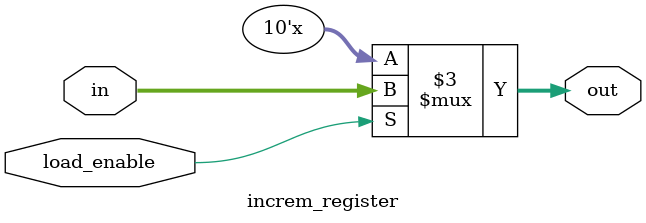
<source format=v>
module increm_register( output reg [9:0] out,
                        input [9:0] in,
                        input load_enable);

always @(in, load_enable)
    if (load_enable) out = in;
    
endmodule

</source>
